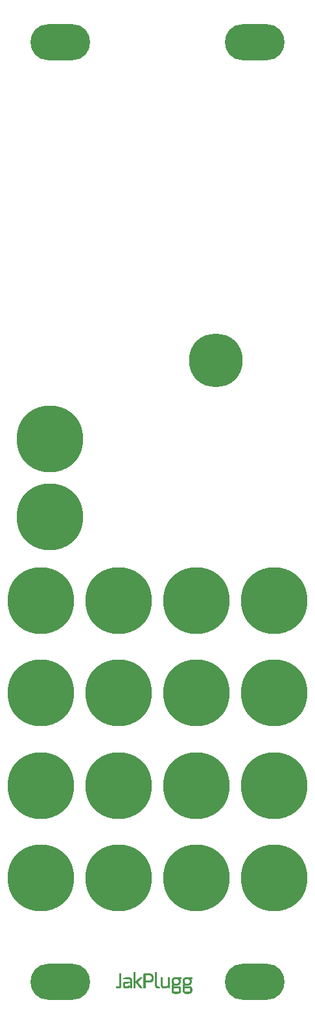
<source format=gts>
G04 DipTrace 3.3.0.0*
G04 ESP_panel.GTS*
%MOIN*%
G04 #@! TF.FileFunction,Soldermask,Top*
G04 #@! TF.Part,Single*
%ADD12C,0.001*%
%ADD23C,0.275591*%
%ADD27O,0.307213X0.185165*%
%ADD29C,0.342646*%
%FSLAX26Y26*%
G04*
G70*
G90*
G75*
G01*
G04 TopMask*
%LPD*%
D23*
X1493400Y3700197D3*
D29*
X1393311Y1044000D3*
X593309D3*
X993309D3*
X593309Y1519000D3*
X1793309D3*
X1393311D3*
X993309D3*
X593315Y1994000D3*
X1793304D3*
D27*
X1693309Y512058D3*
X693309D3*
D29*
X1793309Y1044000D3*
D27*
X693309Y5334892D3*
X1693309D3*
D29*
X1393400Y1993948D3*
X993400D3*
X593400Y2468948D3*
X993400D3*
X640701Y3298748D3*
Y2896047D3*
X1393400Y2468948D3*
X1793400D3*
X1070649Y559448D2*
D12*
X1077649D1*
X1180649D2*
X1187649D1*
X1070649Y558448D2*
X1077649D1*
X1180649D2*
X1187649D1*
X1070649Y557448D2*
X1077649D1*
X1180649D2*
X1187649D1*
X1070649Y556448D2*
X1077649D1*
X1180649D2*
X1187649D1*
X1070649Y555448D2*
X1077649D1*
X1180649D2*
X1187649D1*
X997649Y554448D2*
X1004649D1*
X1070649D2*
X1077649D1*
X1122649D2*
X1154649D1*
X1180649D2*
X1187649D1*
X997649Y553448D2*
X1004649D1*
X1070649D2*
X1077649D1*
X1122188D2*
X1157838D1*
X1180649D2*
X1187649D1*
X997649Y552448D2*
X1004649D1*
X1070649D2*
X1077649D1*
X1121901D2*
X1160284D1*
X1180649D2*
X1187649D1*
X997649Y551448D2*
X1004649D1*
X1070649D2*
X1077649D1*
X1121755D2*
X1162055D1*
X1180649D2*
X1187649D1*
X997649Y550448D2*
X1004649D1*
X1070649D2*
X1077649D1*
X1121691D2*
X1163407D1*
X1180649D2*
X1187649D1*
X997649Y549448D2*
X1004649D1*
X1070649D2*
X1077649D1*
X1121665D2*
X1164520D1*
X1180649D2*
X1187649D1*
X997649Y548448D2*
X1004649D1*
X1070649D2*
X1077649D1*
X1121655D2*
X1165447D1*
X1180649D2*
X1187649D1*
X997649Y547448D2*
X1004649D1*
X1070649D2*
X1077649D1*
X1121651D2*
X1166193D1*
X1180649D2*
X1187649D1*
X997649Y546448D2*
X1004649D1*
X1070649D2*
X1077649D1*
X1121650D2*
X1128649D1*
X1156449D2*
X1166813D1*
X1180649D2*
X1187649D1*
X997649Y545448D2*
X1004649D1*
X1070649D2*
X1077649D1*
X1121650D2*
X1128649D1*
X1157999D2*
X1167362D1*
X1180649D2*
X1187649D1*
X997649Y544448D2*
X1004649D1*
X1070649D2*
X1077649D1*
X1121649D2*
X1128649D1*
X1159202D2*
X1167848D1*
X1180649D2*
X1187649D1*
X997649Y543448D2*
X1004649D1*
X1070649D2*
X1077649D1*
X1121649D2*
X1128649D1*
X1160090D2*
X1168229D1*
X1180649D2*
X1187649D1*
X997649Y542448D2*
X1004649D1*
X1070649D2*
X1077649D1*
X1121649D2*
X1128649D1*
X1160772D2*
X1168491D1*
X1180649D2*
X1187649D1*
X997649Y541448D2*
X1004649D1*
X1070649D2*
X1077649D1*
X1121649D2*
X1128649D1*
X1161347D2*
X1168733D1*
X1180649D2*
X1187649D1*
X997649Y540448D2*
X1004649D1*
X1070649D2*
X1077649D1*
X1121649D2*
X1128649D1*
X1161842D2*
X1169023D1*
X1180649D2*
X1187649D1*
X997649Y539448D2*
X1004649D1*
X1070649D2*
X1077649D1*
X1121649D2*
X1128649D1*
X1162223D2*
X1169300D1*
X1180649D2*
X1187649D1*
X997649Y538448D2*
X1004649D1*
X1070649D2*
X1077649D1*
X1121649D2*
X1128649D1*
X1162452D2*
X1169482D1*
X1180649D2*
X1187649D1*
X997649Y537448D2*
X1004649D1*
X1070649D2*
X1077649D1*
X1121649D2*
X1128649D1*
X1162566D2*
X1169577D1*
X1180649D2*
X1187649D1*
X997649Y536448D2*
X1004649D1*
X1070649D2*
X1077649D1*
X1121649D2*
X1128649D1*
X1162617D2*
X1169621D1*
X1180649D2*
X1187649D1*
X997649Y535448D2*
X1004649D1*
X1070649D2*
X1077649D1*
X1121649D2*
X1128649D1*
X1162637D2*
X1169639D1*
X1180649D2*
X1187649D1*
X997649Y534448D2*
X1004649D1*
X1030649D2*
X1048649D1*
X1070649D2*
X1077649D1*
X1121649D2*
X1128649D1*
X1162645D2*
X1169646D1*
X1180649D2*
X1187649D1*
X997649Y533448D2*
X1004649D1*
X1025554D2*
X1050727D1*
X1070649D2*
X1077649D1*
X1102649D2*
X1112649D1*
X1121649D2*
X1128649D1*
X1162648D2*
X1169648D1*
X1180649D2*
X1187649D1*
X1210649D2*
X1217649D1*
X1247649D2*
X1254649D1*
X1276649D2*
X1314649D1*
X1333649D2*
X1371649D1*
X997649Y532448D2*
X1004649D1*
X1021808D2*
X1052546D1*
X1070649D2*
X1077649D1*
X1101649D2*
X1111645D1*
X1121649D2*
X1128649D1*
X1162649D2*
X1169649D1*
X1180649D2*
X1187649D1*
X1210649D2*
X1217649D1*
X1247649D2*
X1254649D1*
X1274846D2*
X1314645D1*
X1331846D2*
X1371645D1*
X997649Y531448D2*
X1004649D1*
X1019154D2*
X1054060D1*
X1070649D2*
X1077649D1*
X1100649D2*
X1110610D1*
X1121649D2*
X1128649D1*
X1162649D2*
X1169649D1*
X1180649D2*
X1187649D1*
X1210649D2*
X1217649D1*
X1247649D2*
X1254649D1*
X1273261D2*
X1314595D1*
X1330261D2*
X1371595D1*
X997649Y530448D2*
X1004649D1*
X1018218D2*
X1055233D1*
X1070649D2*
X1077649D1*
X1099645D2*
X1109483D1*
X1121649D2*
X1128649D1*
X1162649D2*
X1169649D1*
X1180649D2*
X1187649D1*
X1210649D2*
X1217649D1*
X1247649D2*
X1254649D1*
X1271930D2*
X1314466D1*
X1328930D2*
X1371466D1*
X997649Y529448D2*
X1004649D1*
X1017908D2*
X1056099D1*
X1070649D2*
X1077649D1*
X1098610D2*
X1108243D1*
X1121649D2*
X1128649D1*
X1162649D2*
X1169649D1*
X1180649D2*
X1187649D1*
X1210649D2*
X1217649D1*
X1247649D2*
X1254649D1*
X1270803D2*
X1313733D1*
X1327803D2*
X1370733D1*
X997649Y528448D2*
X1004649D1*
X1017747D2*
X1056742D1*
X1070649D2*
X1077649D1*
X1097483D2*
X1106987D1*
X1121649D2*
X1128649D1*
X1162645D2*
X1169645D1*
X1180649D2*
X1187649D1*
X1210649D2*
X1217649D1*
X1247649D2*
X1254649D1*
X1269864D2*
X1311929D1*
X1326864D2*
X1368929D1*
X997649Y527448D2*
X1004649D1*
X1017649D2*
X1031649D1*
X1046218D2*
X1057222D1*
X1070649D2*
X1077649D1*
X1096243D2*
X1105813D1*
X1121649D2*
X1128649D1*
X1162610D2*
X1169610D1*
X1180649D2*
X1187649D1*
X1210649D2*
X1217649D1*
X1247649D2*
X1254649D1*
X1269111D2*
X1309923D1*
X1326111D2*
X1366923D1*
X997649Y526448D2*
X1004649D1*
X1048256D2*
X1057603D1*
X1070649D2*
X1077649D1*
X1094987D2*
X1104720D1*
X1121649D2*
X1128649D1*
X1162483D2*
X1169483D1*
X1180649D2*
X1187649D1*
X1210649D2*
X1217649D1*
X1247649D2*
X1254649D1*
X1268488D2*
X1280046D1*
X1295256D2*
X1308161D1*
X1325488D2*
X1337046D1*
X1352256D2*
X1365161D1*
X997649Y525448D2*
X1004649D1*
X1049647D2*
X1057967D1*
X1070649D2*
X1077649D1*
X1093813D2*
X1103677D1*
X1121649D2*
X1128649D1*
X1162239D2*
X1169243D1*
X1180649D2*
X1187649D1*
X1210649D2*
X1217649D1*
X1247649D2*
X1254649D1*
X1267937D2*
X1277912D1*
X1297422D2*
X1306649D1*
X1324937D2*
X1334912D1*
X1354422D2*
X1363649D1*
X997649Y524448D2*
X1004649D1*
X1050553D2*
X1058277D1*
X1070649D2*
X1077649D1*
X1092720D2*
X1102660D1*
X1121649D2*
X1128649D1*
X1161944D2*
X1168983D1*
X1180649D2*
X1187649D1*
X1210649D2*
X1217649D1*
X1247649D2*
X1254649D1*
X1267451D2*
X1276373D1*
X1299053D2*
X1307265D1*
X1324451D2*
X1333373D1*
X1356053D2*
X1364265D1*
X997649Y523448D2*
X1004649D1*
X1051148D2*
X1058474D1*
X1070649D2*
X1077649D1*
X1091677D2*
X1101653D1*
X1121649D2*
X1128649D1*
X1161603D2*
X1168773D1*
X1180649D2*
X1187649D1*
X1210649D2*
X1217649D1*
X1247649D2*
X1254649D1*
X1267074D2*
X1275323D1*
X1300215D2*
X1307801D1*
X1324074D2*
X1332323D1*
X1357215D2*
X1364801D1*
X997649Y522448D2*
X1004649D1*
X1051576D2*
X1058574D1*
X1070649D2*
X1077649D1*
X1090660D2*
X1100651D1*
X1121649D2*
X1128649D1*
X1161100D2*
X1168553D1*
X1180649D2*
X1187649D1*
X1210649D2*
X1217649D1*
X1247649D2*
X1254649D1*
X1266842D2*
X1274570D1*
X1300985D2*
X1308209D1*
X1323842D2*
X1331570D1*
X1357985D2*
X1365209D1*
X997649Y521448D2*
X1004649D1*
X1051957D2*
X1058620D1*
X1070649D2*
X1077649D1*
X1089653D2*
X1099650D1*
X1121649D2*
X1128649D1*
X1160357D2*
X1168267D1*
X1180649D2*
X1187649D1*
X1210649D2*
X1217649D1*
X1247649D2*
X1254649D1*
X1266693D2*
X1273967D1*
X1301506D2*
X1308484D1*
X1323693D2*
X1330967D1*
X1358506D2*
X1365484D1*
X997649Y520448D2*
X1004649D1*
X1052274D2*
X1058638D1*
X1070649D2*
X1077649D1*
X1088651D2*
X1098649D1*
X1121649D2*
X1128649D1*
X1159336D2*
X1167954D1*
X1180649D2*
X1187649D1*
X1210649D2*
X1217649D1*
X1247649D2*
X1254649D1*
X1266515D2*
X1273462D1*
X1301929D2*
X1308730D1*
X1323515D2*
X1330462D1*
X1358929D2*
X1365730D1*
X997649Y519448D2*
X1004649D1*
X1052472D2*
X1058645D1*
X1070649D2*
X1077649D1*
X1087650D2*
X1097649D1*
X1121649D2*
X1128649D1*
X1157997D2*
X1167611D1*
X1180649D2*
X1187649D1*
X1210649D2*
X1217649D1*
X1247649D2*
X1254649D1*
X1266255D2*
X1273077D1*
X1302264D2*
X1309022D1*
X1323255D2*
X1330077D1*
X1359264D2*
X1366022D1*
X997649Y518448D2*
X1004649D1*
X1052574D2*
X1058648D1*
X1070649D2*
X1077649D1*
X1086630D2*
X1096649D1*
X1121649D2*
X1128649D1*
X1156384D2*
X1167145D1*
X1180649D2*
X1187649D1*
X1210649D2*
X1217649D1*
X1247649D2*
X1254649D1*
X1265991D2*
X1272848D1*
X1302469D2*
X1309299D1*
X1322991D2*
X1329848D1*
X1359469D2*
X1366299D1*
X997649Y517448D2*
X1004649D1*
X1052620D2*
X1058649D1*
X1070649D2*
X1077649D1*
X1085439D2*
X1095649D1*
X1121649D2*
X1166566D1*
X1180649D2*
X1187649D1*
X1210649D2*
X1217649D1*
X1247649D2*
X1254649D1*
X1265814D2*
X1272733D1*
X1302573D2*
X1309482D1*
X1322814D2*
X1329733D1*
X1359573D2*
X1366482D1*
X997649Y516448D2*
X1004649D1*
X1052638D2*
X1058649D1*
X1070649D2*
X1077649D1*
X1083667D2*
X1094649D1*
X1121649D2*
X1165947D1*
X1180649D2*
X1187649D1*
X1210649D2*
X1217649D1*
X1247649D2*
X1254649D1*
X1265720D2*
X1272682D1*
X1302619D2*
X1309577D1*
X1322720D2*
X1329682D1*
X1359619D2*
X1366577D1*
X997649Y515448D2*
X1004649D1*
X1052645D2*
X1058649D1*
X1070649D2*
X1077649D1*
X1080957D2*
X1093649D1*
X1121649D2*
X1165228D1*
X1180649D2*
X1187649D1*
X1210649D2*
X1217649D1*
X1247649D2*
X1254649D1*
X1265678D2*
X1272661D1*
X1302638D2*
X1309621D1*
X1322678D2*
X1329661D1*
X1359638D2*
X1366621D1*
X997649Y514448D2*
X1004649D1*
X1052648D2*
X1058649D1*
X1070649D2*
X1092653D1*
X1121649D2*
X1164250D1*
X1180649D2*
X1187649D1*
X1210649D2*
X1217649D1*
X1247649D2*
X1254649D1*
X1265664D2*
X1272654D1*
X1302645D2*
X1309635D1*
X1322664D2*
X1329654D1*
X1359645D2*
X1366635D1*
X997649Y513448D2*
X1004649D1*
X1052649D2*
X1058649D1*
X1070649D2*
X1091696D1*
X1121649D2*
X1162832D1*
X1180649D2*
X1187649D1*
X1210649D2*
X1217649D1*
X1247649D2*
X1254649D1*
X1265692D2*
X1272655D1*
X1302644D2*
X1309606D1*
X1322692D2*
X1329655D1*
X1359644D2*
X1366606D1*
X997649Y512448D2*
X1004649D1*
X1026649D2*
X1058649D1*
X1070649D2*
X1090898D1*
X1121649D2*
X1160753D1*
X1180649D2*
X1187649D1*
X1210649D2*
X1217649D1*
X1247649D2*
X1254649D1*
X1265817D2*
X1272689D1*
X1302610D2*
X1309482D1*
X1322817D2*
X1329689D1*
X1359610D2*
X1366482D1*
X997649Y511448D2*
X1004649D1*
X1024384D2*
X1058649D1*
X1070649D2*
X1090292D1*
X1121649D2*
X1128649D1*
X1137649D2*
X1157918D1*
X1180649D2*
X1187649D1*
X1210649D2*
X1217649D1*
X1247649D2*
X1254649D1*
X1266056D2*
X1272820D1*
X1302479D2*
X1309243D1*
X1323056D2*
X1329820D1*
X1359479D2*
X1366243D1*
X997649Y510448D2*
X1004649D1*
X1022512D2*
X1058649D1*
X1070649D2*
X1090340D1*
X1121649D2*
X1128649D1*
X1149649D2*
X1154649D1*
X1180649D2*
X1187649D1*
X1210649D2*
X1217649D1*
X1247649D2*
X1254649D1*
X1266312D2*
X1273094D1*
X1302204D2*
X1308983D1*
X1323312D2*
X1330094D1*
X1359204D2*
X1365983D1*
X997649Y509448D2*
X1004649D1*
X1021036D2*
X1058649D1*
X1070649D2*
X1090627D1*
X1121649D2*
X1128649D1*
X1180649D2*
X1187649D1*
X1210649D2*
X1217649D1*
X1247649D2*
X1254649D1*
X1266490D2*
X1273482D1*
X1301817D2*
X1308773D1*
X1323490D2*
X1330482D1*
X1358817D2*
X1365773D1*
X997649Y508448D2*
X1004649D1*
X1019844D2*
X1058649D1*
X1070649D2*
X1091140D1*
X1121649D2*
X1128649D1*
X1180649D2*
X1187649D1*
X1210649D2*
X1217649D1*
X1247649D2*
X1254649D1*
X1266618D2*
X1273935D1*
X1301364D2*
X1308553D1*
X1323618D2*
X1330935D1*
X1358364D2*
X1365553D1*
X997649Y507448D2*
X1004649D1*
X1018879D2*
X1058649D1*
X1070649D2*
X1091833D1*
X1121649D2*
X1128649D1*
X1180649D2*
X1187649D1*
X1210649D2*
X1217649D1*
X1247649D2*
X1254649D1*
X1266792D2*
X1274451D1*
X1300844D2*
X1308267D1*
X1323792D2*
X1331451D1*
X1357844D2*
X1365267D1*
X997649Y506448D2*
X1004649D1*
X1018120D2*
X1048649D1*
X1051453D2*
X1058649D1*
X1070649D2*
X1077649D1*
X1083846D2*
X1092575D1*
X1121649D2*
X1128649D1*
X1180649D2*
X1187649D1*
X1210649D2*
X1217649D1*
X1247649D2*
X1254649D1*
X1267088D2*
X1275074D1*
X1300182D2*
X1307958D1*
X1324088D2*
X1332074D1*
X1357182D2*
X1364958D1*
X997649Y505448D2*
X1004649D1*
X1017525D2*
X1035874D1*
X1052038D2*
X1058649D1*
X1070649D2*
X1077649D1*
X1084261D2*
X1093279D1*
X1121649D2*
X1128649D1*
X1180649D2*
X1187649D1*
X1210649D2*
X1217649D1*
X1247649D2*
X1254649D1*
X1267517D2*
X1275846D1*
X1299243D2*
X1307646D1*
X1324517D2*
X1332846D1*
X1356243D2*
X1364646D1*
X997649Y504448D2*
X1004649D1*
X1017065D2*
X1030568D1*
X1052373D2*
X1058649D1*
X1070649D2*
X1077649D1*
X1084922D2*
X1094000D1*
X1121649D2*
X1128649D1*
X1180649D2*
X1187649D1*
X1210649D2*
X1217649D1*
X1247649D2*
X1254649D1*
X1268100D2*
X1276732D1*
X1297955D2*
X1307272D1*
X1325100D2*
X1333732D1*
X1354955D2*
X1364272D1*
X997649Y503448D2*
X1004649D1*
X1016691D2*
X1027096D1*
X1052535D2*
X1058649D1*
X1070649D2*
X1077649D1*
X1085725D2*
X1094813D1*
X1121649D2*
X1128649D1*
X1180649D2*
X1187649D1*
X1210649D2*
X1217649D1*
X1247649D2*
X1254649D1*
X1268856D2*
X1277680D1*
X1296368D2*
X1306806D1*
X1325856D2*
X1334680D1*
X1353368D2*
X1363806D1*
X997649Y502448D2*
X1004649D1*
X1016330D2*
X1024721D1*
X1052605D2*
X1058649D1*
X1070649D2*
X1077649D1*
X1086527D2*
X1095682D1*
X1121649D2*
X1128649D1*
X1180649D2*
X1187649D1*
X1210649D2*
X1217649D1*
X1247649D2*
X1254649D1*
X1269736D2*
X1306208D1*
X1326736D2*
X1363208D1*
X997649Y501448D2*
X1004649D1*
X1016021D2*
X1023815D1*
X1052633D2*
X1058649D1*
X1070649D2*
X1077649D1*
X1087259D2*
X1096511D1*
X1121649D2*
X1128649D1*
X1180649D2*
X1187649D1*
X1210649D2*
X1217649D1*
X1247649D2*
X1254649D1*
X1270681D2*
X1305446D1*
X1327681D2*
X1362446D1*
X997649Y500448D2*
X1004649D1*
X1015825D2*
X1023118D1*
X1052644D2*
X1058649D1*
X1070649D2*
X1077649D1*
X1087993D2*
X1097254D1*
X1121649D2*
X1128649D1*
X1180649D2*
X1187649D1*
X1210649D2*
X1217649D1*
X1247649D2*
X1254649D1*
X1271649D2*
X1304560D1*
X1328649D2*
X1361560D1*
X997649Y499448D2*
X1004649D1*
X1015724D2*
X1022876D1*
X1052647D2*
X1058649D1*
X1070649D2*
X1077649D1*
X1088811D2*
X1097987D1*
X1121649D2*
X1128649D1*
X1180653D2*
X1187649D1*
X1210649D2*
X1217649D1*
X1247649D2*
X1254649D1*
X1270192D2*
X1303569D1*
X1327192D2*
X1360569D1*
X997649Y498448D2*
X1004649D1*
X1015679D2*
X1022745D1*
X1052649D2*
X1058649D1*
X1070649D2*
X1077649D1*
X1089681D2*
X1098775D1*
X1121649D2*
X1128649D1*
X1180688D2*
X1187649D1*
X1210649D2*
X1217649D1*
X1247649D2*
X1254649D1*
X1268944D2*
X1302386D1*
X1325944D2*
X1359386D1*
X997649Y497448D2*
X1004649D1*
X1015660D2*
X1022687D1*
X1052649D2*
X1058649D1*
X1070649D2*
X1077649D1*
X1090511D2*
X1099554D1*
X1121649D2*
X1128649D1*
X1180816D2*
X1187653D1*
X1210653D2*
X1217649D1*
X1247649D2*
X1254649D1*
X1267961D2*
X1300837D1*
X1324961D2*
X1357837D1*
X997649Y496448D2*
X1004649D1*
X1015653D2*
X1022663D1*
X1052649D2*
X1058649D1*
X1070649D2*
X1077649D1*
X1091254D2*
X1100272D1*
X1121649D2*
X1128649D1*
X1181055D2*
X1187688D1*
X1210688D2*
X1217653D1*
X1247649D2*
X1254649D1*
X1267267D2*
X1298858D1*
X1324267D2*
X1355858D1*
X997645Y495448D2*
X1004649D1*
X1015651D2*
X1022654D1*
X1052642D2*
X1058649D1*
X1070649D2*
X1077649D1*
X1091991D2*
X1100994D1*
X1121649D2*
X1128649D1*
X1181312D2*
X1187816D1*
X1210816D2*
X1217688D1*
X1247642D2*
X1254649D1*
X1266776D2*
X1296649D1*
X1323776D2*
X1353649D1*
X997610Y494448D2*
X1004645D1*
X1015650D2*
X1022651D1*
X1052559D2*
X1058649D1*
X1070649D2*
X1077649D1*
X1092810D2*
X1101777D1*
X1121649D2*
X1128649D1*
X1181486D2*
X1188059D1*
X1211055D2*
X1217816D1*
X1247563D2*
X1254649D1*
X1266363D2*
X1273846D1*
X1323363D2*
X1330846D1*
X997479Y493448D2*
X1004610D1*
X1015653D2*
X1022654D1*
X1052360D2*
X1058649D1*
X1070649D2*
X1077649D1*
X1093681D2*
X1102555D1*
X1121649D2*
X1128649D1*
X1181583D2*
X1188351D1*
X1211316D2*
X1218059D1*
X1247376D2*
X1254649D1*
X1266033D2*
X1273265D1*
X1323033D2*
X1330265D1*
X997204Y492448D2*
X1004483D1*
X1015688D2*
X1022692D1*
X1051454D2*
X1058649D1*
X1070649D2*
X1077649D1*
X1094511D2*
X1103272D1*
X1121649D2*
X1128649D1*
X1181660D2*
X1188660D1*
X1211525D2*
X1218355D1*
X1246451D2*
X1254649D1*
X1265833D2*
X1272874D1*
X1322833D2*
X1329874D1*
X996817Y491448D2*
X1004243D1*
X1015816D2*
X1022859D1*
X1049337D2*
X1058649D1*
X1070649D2*
X1077649D1*
X1095254D2*
X1103998D1*
X1121649D2*
X1128649D1*
X1181805D2*
X1189071D1*
X1211749D2*
X1218700D1*
X1245056D2*
X1254649D1*
X1265765D2*
X1272863D1*
X1322765D2*
X1329863D1*
X996356Y490448D2*
X1003983D1*
X1016059D2*
X1023171D1*
X1046470D2*
X1058649D1*
X1070649D2*
X1077649D1*
X1095991D2*
X1104812D1*
X1121649D2*
X1128649D1*
X1182056D2*
X1189710D1*
X1212066D2*
X1219136D1*
X1243127D2*
X1254649D1*
X1265846D2*
X1273278D1*
X1322846D2*
X1330278D1*
X995735Y489448D2*
X1003773D1*
X1016351D2*
X1023984D1*
X1042628D2*
X1058649D1*
X1070649D2*
X1077649D1*
X1096810D2*
X1105682D1*
X1121649D2*
X1128649D1*
X1182350D2*
X1190585D1*
X1212472D2*
X1220150D1*
X1240275D2*
X1254649D1*
X1266070D2*
X1273909D1*
X1323070D2*
X1330909D1*
X994895Y488448D2*
X1003549D1*
X1016657D2*
X1026266D1*
X1037276D2*
X1058649D1*
X1070649D2*
X1077649D1*
X1097681D2*
X1106511D1*
X1121649D2*
X1128649D1*
X1182656D2*
X1192486D1*
X1212931D2*
X1223422D1*
X1235567D2*
X1254649D1*
X1266359D2*
X1300649D1*
X1323359D2*
X1357649D1*
X991950Y487448D2*
X1003232D1*
X1017028D2*
X1029980D1*
X1030024D2*
X1058649D1*
X1070649D2*
X1077649D1*
X1098511D2*
X1107254D1*
X1121649D2*
X1128649D1*
X1183028D2*
X1194935D1*
X1213446D2*
X1228834D1*
X1228359D2*
X1254649D1*
X1266697D2*
X1303376D1*
X1323697D2*
X1360376D1*
X978649Y486448D2*
X983649D1*
X987326D2*
X1002827D1*
X1017493D2*
X1058649D1*
X1070649D2*
X1077649D1*
X1099254D2*
X1107987D1*
X1121649D2*
X1128649D1*
X1183493D2*
X1197608D1*
X1214038D2*
X1254649D1*
X1267195D2*
X1305531D1*
X1324195D2*
X1362531D1*
X978653Y485448D2*
X1002363D1*
X1018091D2*
X1049842D1*
X1052687D2*
X1058649D1*
X1070649D2*
X1077649D1*
X1099991D2*
X1108775D1*
X1121649D2*
X1128649D1*
X1184091D2*
X1199850D1*
X1214719D2*
X1245649D1*
X1247457D2*
X1254649D1*
X1267898D2*
X1307122D1*
X1324898D2*
X1364122D1*
X978696Y484448D2*
X1001806D1*
X1018857D2*
X1047218D1*
X1052816D2*
X1058649D1*
X1070649D2*
X1077649D1*
X1100810D2*
X1109554D1*
X1121649D2*
X1128649D1*
X1184861D2*
X1201558D1*
X1215497D2*
X1243649D1*
X1248077D2*
X1254649D1*
X1268745D2*
X1308282D1*
X1325745D2*
X1365282D1*
X978802Y483448D2*
X1001004D1*
X1019785D2*
X1044705D1*
X1053055D2*
X1058649D1*
X1070649D2*
X1077649D1*
X1101678D2*
X1110271D1*
X1121649D2*
X1128649D1*
X1185819D2*
X1202228D1*
X1216472D2*
X1241642D1*
X1248540D2*
X1254649D1*
X1269649D2*
X1309126D1*
X1326649D2*
X1366126D1*
X979354Y482448D2*
X999711D1*
X1020976D2*
X1042022D1*
X1053314D2*
X1058649D1*
X1070649D2*
X1077649D1*
X1102481D2*
X1110995D1*
X1121649D2*
X1128649D1*
X1187076D2*
X1202456D1*
X1217738D2*
X1239565D1*
X1248950D2*
X1254649D1*
X1268995D2*
X1309754D1*
X1325995D2*
X1366754D1*
X981066Y481448D2*
X997700D1*
X1022666D2*
X1038827D1*
X1053504D2*
X1058649D1*
X1070649D2*
X1077649D1*
X1103121D2*
X1111798D1*
X1121649D2*
X1128649D1*
X1188738D2*
X1202576D1*
X1219370D2*
X1237256D1*
X1249321D2*
X1254649D1*
X1268328D2*
X1272649D1*
X1274649D2*
X1310227D1*
X1325328D2*
X1329649D1*
X1331649D2*
X1367227D1*
X983606Y480448D2*
X994898D1*
X1024981D2*
X1034944D1*
X1053649D2*
X1058649D1*
X1070649D2*
X1077649D1*
X1103649D2*
X1112649D1*
X1121649D2*
X1128649D1*
X1190649D2*
X1202649D1*
X1221402D2*
X1234573D1*
X1249649D2*
X1254649D1*
X1267649D2*
X1272649D1*
X1301294D2*
X1310605D1*
X1324649D2*
X1329649D1*
X1358294D2*
X1367605D1*
X986649Y479448D2*
X991649D1*
X1027649D2*
X1030649D1*
X1223649D2*
X1231649D1*
X1267025D2*
X1272649D1*
X1302592D2*
X1310968D1*
X1324025D2*
X1329649D1*
X1359592D2*
X1367968D1*
X1266492Y478448D2*
X1272649D1*
X1303502D2*
X1311278D1*
X1323492D2*
X1329649D1*
X1360502D2*
X1368278D1*
X1266091Y477448D2*
X1272649D1*
X1304183D2*
X1311474D1*
X1323091D2*
X1329649D1*
X1361183D2*
X1368474D1*
X1265853Y476448D2*
X1272649D1*
X1304423D2*
X1311574D1*
X1322853D2*
X1329649D1*
X1361423D2*
X1368574D1*
X1265735Y475448D2*
X1272649D1*
X1304553D2*
X1311620D1*
X1322735D2*
X1329649D1*
X1361553D2*
X1368620D1*
X1265683Y474448D2*
X1272649D1*
X1304612D2*
X1311638D1*
X1322683D2*
X1329649D1*
X1361612D2*
X1368638D1*
X1265662Y473448D2*
X1272649D1*
X1304635D2*
X1311645D1*
X1322662D2*
X1329649D1*
X1361635D2*
X1368645D1*
X1265654Y472448D2*
X1272649D1*
X1304644D2*
X1311648D1*
X1322654D2*
X1329649D1*
X1361644D2*
X1368648D1*
X1265651Y471448D2*
X1272649D1*
X1304648D2*
X1311649D1*
X1322651D2*
X1329649D1*
X1361648D2*
X1368649D1*
X1265650Y470448D2*
X1272649D1*
X1304649D2*
X1311649D1*
X1322650D2*
X1329649D1*
X1361649D2*
X1368649D1*
X1265650Y469448D2*
X1272649D1*
X1304649D2*
X1311649D1*
X1322650D2*
X1329649D1*
X1361649D2*
X1368649D1*
X1265649Y468448D2*
X1272649D1*
X1304649D2*
X1311649D1*
X1322649D2*
X1329649D1*
X1361649D2*
X1368649D1*
X1265649Y467448D2*
X1272653D1*
X1304645D2*
X1311645D1*
X1322649D2*
X1329653D1*
X1361645D2*
X1368645D1*
X1265653Y466448D2*
X1272688D1*
X1304610D2*
X1311610D1*
X1322653D2*
X1329688D1*
X1361610D2*
X1368610D1*
X1265688Y465448D2*
X1272820D1*
X1304479D2*
X1311483D1*
X1322688D2*
X1329820D1*
X1361479D2*
X1368483D1*
X1265816Y464448D2*
X1273106D1*
X1304196D2*
X1311243D1*
X1322816D2*
X1330106D1*
X1361196D2*
X1368243D1*
X1266059Y463448D2*
X1273607D1*
X1303735D2*
X1310983D1*
X1323059D2*
X1330607D1*
X1360735D2*
X1367983D1*
X1266351Y462448D2*
X1274312D1*
X1302988D2*
X1310773D1*
X1323351D2*
X1331312D1*
X1359988D2*
X1367773D1*
X1266657Y461448D2*
X1276027D1*
X1301831D2*
X1310549D1*
X1323657D2*
X1333027D1*
X1358831D2*
X1367549D1*
X1267028Y460448D2*
X1278218D1*
X1300318D2*
X1310228D1*
X1324028D2*
X1335218D1*
X1357318D2*
X1367228D1*
X1267493Y459448D2*
X1309788D1*
X1324493D2*
X1366788D1*
X1268095Y458448D2*
X1309201D1*
X1325095D2*
X1366201D1*
X1268896Y457448D2*
X1308435D1*
X1325896D2*
X1365435D1*
X1269956Y456448D2*
X1307469D1*
X1326956D2*
X1364469D1*
X1271424Y455448D2*
X1306113D1*
X1328424D2*
X1363113D1*
X1273528Y454448D2*
X1304021D1*
X1330528D2*
X1361021D1*
X1276374Y453448D2*
X1301066D1*
X1333374D2*
X1358066D1*
X1279649Y452448D2*
X1297649D1*
X1336649D2*
X1354649D1*
X1070649Y559448D2*
Y558448D1*
Y557448D1*
Y556448D1*
Y555448D1*
Y554448D1*
Y553448D1*
Y552448D1*
Y551448D1*
Y550448D1*
Y549448D1*
Y548448D1*
Y547448D1*
Y546448D1*
Y545448D1*
Y544448D1*
Y543448D1*
Y542448D1*
Y541448D1*
Y540448D1*
Y539448D1*
Y538448D1*
Y537448D1*
Y536448D1*
Y535448D1*
Y534448D1*
Y533448D1*
Y532448D1*
Y531448D1*
Y530448D1*
Y529448D1*
Y528448D1*
Y527448D1*
Y526448D1*
Y525448D1*
Y524448D1*
Y523448D1*
Y522448D1*
Y521448D1*
Y520448D1*
Y519448D1*
Y518448D1*
Y517448D1*
Y516448D1*
Y515448D1*
Y514448D1*
Y513448D1*
Y512448D1*
Y511448D1*
Y510448D1*
Y509448D1*
Y508448D1*
Y507448D1*
Y506448D1*
Y505448D1*
Y504448D1*
Y503448D1*
Y502448D1*
Y501448D1*
Y500448D1*
Y499448D1*
Y498448D1*
Y497448D1*
Y496448D1*
Y495448D1*
Y494448D1*
Y493448D1*
Y492448D1*
Y491448D1*
Y490448D1*
Y489448D1*
Y488448D1*
Y487448D1*
Y486448D1*
Y485448D1*
Y484448D1*
Y483448D1*
Y482448D1*
Y481448D1*
Y480448D1*
X1077649Y559448D2*
Y558448D1*
Y557448D1*
Y556448D1*
Y555448D1*
Y554448D1*
Y553448D1*
Y552448D1*
Y551448D1*
Y550448D1*
Y549448D1*
Y548448D1*
Y547448D1*
Y546448D1*
Y545448D1*
Y544448D1*
Y543448D1*
Y542448D1*
Y541448D1*
Y540448D1*
Y539448D1*
Y538448D1*
Y537448D1*
Y536448D1*
Y535448D1*
Y534448D1*
Y533448D1*
Y532448D1*
Y531448D1*
Y530448D1*
Y529448D1*
Y528448D1*
Y527448D1*
Y526448D1*
Y525448D1*
Y524448D1*
Y523448D1*
Y522448D1*
Y521448D1*
Y520448D1*
Y519448D1*
Y518448D1*
Y517448D1*
Y516448D1*
Y515448D1*
X1082649Y514448D1*
X1180649Y559448D2*
Y558448D1*
Y557448D1*
Y556448D1*
Y555448D1*
Y554448D1*
Y553448D1*
Y552448D1*
Y551448D1*
Y550448D1*
Y549448D1*
Y548448D1*
Y547448D1*
Y546448D1*
Y545448D1*
Y544448D1*
Y543448D1*
Y542448D1*
Y541448D1*
Y540448D1*
Y539448D1*
Y538448D1*
Y537448D1*
Y536448D1*
Y535448D1*
Y534448D1*
Y533448D1*
Y532448D1*
Y531448D1*
Y530448D1*
Y529448D1*
Y528448D1*
Y527448D1*
Y526448D1*
Y525448D1*
Y524448D1*
Y523448D1*
Y522448D1*
Y521448D1*
Y520448D1*
Y519448D1*
Y518448D1*
Y517448D1*
Y516448D1*
Y515448D1*
Y514448D1*
Y513448D1*
Y512448D1*
Y511448D1*
Y510448D1*
Y509448D1*
Y508448D1*
Y507448D1*
Y506448D1*
Y505448D1*
Y504448D1*
Y503448D1*
Y502448D1*
Y501448D1*
Y500448D1*
X1180653Y499448D1*
X1180688Y498448D1*
X1180816Y497448D1*
X1181055Y496448D1*
X1181312Y495448D1*
X1181486Y494448D1*
X1181583Y493448D1*
X1181660Y492448D1*
X1181805Y491448D1*
X1182056Y490448D1*
X1182350Y489448D1*
X1182656Y488448D1*
X1183028Y487448D1*
X1183493Y486448D1*
X1184091Y485448D1*
X1184861Y484448D1*
X1185819Y483448D1*
X1187076Y482448D1*
X1188738Y481448D1*
X1190649Y480448D1*
X1187649Y559448D2*
Y558448D1*
Y557448D1*
Y556448D1*
Y555448D1*
Y554448D1*
Y553448D1*
Y552448D1*
Y551448D1*
Y550448D1*
Y549448D1*
Y548448D1*
Y547448D1*
Y546448D1*
Y545448D1*
Y544448D1*
Y543448D1*
Y542448D1*
Y541448D1*
Y540448D1*
Y539448D1*
Y538448D1*
Y537448D1*
Y536448D1*
Y535448D1*
Y534448D1*
Y533448D1*
Y532448D1*
Y531448D1*
Y530448D1*
Y529448D1*
Y528448D1*
Y527448D1*
Y526448D1*
Y525448D1*
Y524448D1*
Y523448D1*
Y522448D1*
Y521448D1*
Y520448D1*
Y519448D1*
Y518448D1*
Y517448D1*
Y516448D1*
Y515448D1*
Y514448D1*
Y513448D1*
Y512448D1*
Y511448D1*
Y510448D1*
Y509448D1*
Y508448D1*
Y507448D1*
Y506448D1*
Y505448D1*
Y504448D1*
Y503448D1*
Y502448D1*
Y501448D1*
Y500448D1*
Y499448D1*
Y498448D1*
X1187653Y497448D1*
X1187688Y496448D1*
X1187816Y495448D1*
X1188059Y494448D1*
X1188351Y493448D1*
X1188660Y492448D1*
X1189071Y491448D1*
X1189710Y490448D1*
X1190585Y489448D1*
X1192486Y488448D1*
X1194935Y487448D1*
X1197608Y486448D1*
X1199850Y485448D1*
X1201558Y484448D1*
X1202228Y483448D1*
X1202456Y482448D1*
X1202576Y481448D1*
X1202649Y480448D1*
X997649Y554448D2*
Y553448D1*
Y552448D1*
Y551448D1*
Y550448D1*
Y549448D1*
Y548448D1*
Y547448D1*
Y546448D1*
Y545448D1*
Y544448D1*
Y543448D1*
Y542448D1*
Y541448D1*
Y540448D1*
Y539448D1*
Y538448D1*
Y537448D1*
Y536448D1*
Y535448D1*
Y534448D1*
Y533448D1*
Y532448D1*
Y531448D1*
Y530448D1*
Y529448D1*
Y528448D1*
Y527448D1*
Y526448D1*
Y525448D1*
Y524448D1*
Y523448D1*
Y522448D1*
Y521448D1*
Y520448D1*
Y519448D1*
Y518448D1*
Y517448D1*
Y516448D1*
Y515448D1*
Y514448D1*
Y513448D1*
Y512448D1*
Y511448D1*
Y510448D1*
Y509448D1*
Y508448D1*
Y507448D1*
Y506448D1*
Y505448D1*
Y504448D1*
Y503448D1*
Y502448D1*
Y501448D1*
Y500448D1*
Y499448D1*
Y498448D1*
Y497448D1*
Y496448D1*
X997645Y495448D1*
X997610Y494448D1*
X997479Y493448D1*
X997204Y492448D1*
X996817Y491448D1*
X996356Y490448D1*
X995735Y489448D1*
X994895Y488448D1*
X991950Y487448D1*
X987326Y486448D1*
X981649Y485448D1*
X1004649Y554448D2*
Y553448D1*
Y552448D1*
Y551448D1*
Y550448D1*
Y549448D1*
Y548448D1*
Y547448D1*
Y546448D1*
Y545448D1*
Y544448D1*
Y543448D1*
Y542448D1*
Y541448D1*
Y540448D1*
Y539448D1*
Y538448D1*
Y537448D1*
Y536448D1*
Y535448D1*
Y534448D1*
Y533448D1*
Y532448D1*
Y531448D1*
Y530448D1*
Y529448D1*
Y528448D1*
Y527448D1*
Y526448D1*
Y525448D1*
Y524448D1*
Y523448D1*
Y522448D1*
Y521448D1*
Y520448D1*
Y519448D1*
Y518448D1*
Y517448D1*
Y516448D1*
Y515448D1*
Y514448D1*
Y513448D1*
Y512448D1*
Y511448D1*
Y510448D1*
Y509448D1*
Y508448D1*
Y507448D1*
Y506448D1*
Y505448D1*
Y504448D1*
Y503448D1*
Y502448D1*
Y501448D1*
Y500448D1*
Y499448D1*
Y498448D1*
Y497448D1*
Y496448D1*
Y495448D1*
X1004645Y494448D1*
X1004610Y493448D1*
X1004483Y492448D1*
X1004243Y491448D1*
X1003983Y490448D1*
X1003773Y489448D1*
X1003549Y488448D1*
X1003232Y487448D1*
X1002827Y486448D1*
X1002363Y485448D1*
X1001806Y484448D1*
X1001004Y483448D1*
X999711Y482448D1*
X997700Y481448D1*
X994898Y480448D1*
X991649Y479448D1*
X1122649Y554448D2*
X1122188Y553448D1*
X1121901Y552448D1*
X1121755Y551448D1*
X1121691Y550448D1*
X1121665Y549448D1*
X1121655Y548448D1*
X1121651Y547448D1*
X1121650Y546448D1*
Y545448D1*
X1121649Y544448D1*
Y543448D1*
Y542448D1*
Y541448D1*
Y540448D1*
Y539448D1*
Y538448D1*
Y537448D1*
Y536448D1*
Y535448D1*
Y534448D1*
Y533448D1*
Y532448D1*
Y531448D1*
Y530448D1*
Y529448D1*
Y528448D1*
Y527448D1*
Y526448D1*
Y525448D1*
Y524448D1*
Y523448D1*
Y522448D1*
Y521448D1*
Y520448D1*
Y519448D1*
Y518448D1*
Y517448D1*
Y516448D1*
Y515448D1*
Y514448D1*
Y513448D1*
Y512448D1*
Y511448D1*
Y510448D1*
Y509448D1*
Y508448D1*
Y507448D1*
Y506448D1*
Y505448D1*
Y504448D1*
Y503448D1*
Y502448D1*
Y501448D1*
Y500448D1*
Y499448D1*
Y498448D1*
Y497448D1*
Y496448D1*
Y495448D1*
Y494448D1*
Y493448D1*
Y492448D1*
Y491448D1*
Y490448D1*
Y489448D1*
Y488448D1*
Y487448D1*
Y486448D1*
Y485448D1*
Y484448D1*
Y483448D1*
Y482448D1*
Y481448D1*
Y480448D1*
X1154649Y554448D2*
X1157838Y553448D1*
X1160284Y552448D1*
X1162055Y551448D1*
X1163407Y550448D1*
X1164520Y549448D1*
X1165447Y548448D1*
X1166193Y547448D1*
X1166813Y546448D1*
X1167362Y545448D1*
X1167848Y544448D1*
X1168229Y543448D1*
X1168491Y542448D1*
X1168733Y541448D1*
X1169023Y540448D1*
X1169300Y539448D1*
X1169482Y538448D1*
X1169577Y537448D1*
X1169621Y536448D1*
X1169639Y535448D1*
X1169646Y534448D1*
X1169648Y533448D1*
X1169649Y532448D1*
Y531448D1*
Y530448D1*
Y529448D1*
X1169645Y528448D1*
X1169610Y527448D1*
X1169483Y526448D1*
X1169243Y525448D1*
X1168983Y524448D1*
X1168773Y523448D1*
X1168553Y522448D1*
X1168267Y521448D1*
X1167954Y520448D1*
X1167611Y519448D1*
X1167145Y518448D1*
X1166566Y517448D1*
X1165947Y516448D1*
X1165228Y515448D1*
X1164250Y514448D1*
X1162832Y513448D1*
X1160753Y512448D1*
X1157918Y511448D1*
X1154649Y510448D1*
X1128649Y547448D2*
Y546448D1*
Y545448D1*
Y544448D1*
Y543448D1*
Y542448D1*
Y541448D1*
Y540448D1*
Y539448D1*
Y538448D1*
Y537448D1*
Y536448D1*
Y535448D1*
Y534448D1*
Y533448D1*
Y532448D1*
Y531448D1*
Y530448D1*
Y529448D1*
Y528448D1*
Y527448D1*
Y526448D1*
Y525448D1*
Y524448D1*
Y523448D1*
Y522448D1*
Y521448D1*
Y520448D1*
Y519448D1*
Y518448D1*
Y517448D1*
X1154649Y547448D2*
X1156449Y546448D1*
X1157999Y545448D1*
X1159202Y544448D1*
X1160090Y543448D1*
X1160772Y542448D1*
X1161347Y541448D1*
X1161842Y540448D1*
X1162223Y539448D1*
X1162452Y538448D1*
X1162566Y537448D1*
X1162617Y536448D1*
X1162637Y535448D1*
X1162645Y534448D1*
X1162648Y533448D1*
X1162649Y532448D1*
Y531448D1*
Y530448D1*
Y529448D1*
X1162645Y528448D1*
X1162610Y527448D1*
X1162483Y526448D1*
X1162239Y525448D1*
X1161944Y524448D1*
X1161603Y523448D1*
X1161100Y522448D1*
X1160357Y521448D1*
X1159336Y520448D1*
X1157997Y519448D1*
X1156384Y518448D1*
X1154649Y517448D1*
X1030649Y534448D2*
X1025554Y533448D1*
X1021808Y532448D1*
X1019154Y531448D1*
X1018218Y530448D1*
X1017908Y529448D1*
X1017747Y528448D1*
X1017649Y527448D1*
X1048649Y534448D2*
X1050727Y533448D1*
X1052546Y532448D1*
X1054060Y531448D1*
X1055233Y530448D1*
X1056099Y529448D1*
X1056742Y528448D1*
X1057222Y527448D1*
X1057603Y526448D1*
X1057967Y525448D1*
X1058277Y524448D1*
X1058474Y523448D1*
X1058574Y522448D1*
X1058620Y521448D1*
X1058638Y520448D1*
X1058645Y519448D1*
X1058648Y518448D1*
X1058649Y517448D1*
Y516448D1*
Y515448D1*
Y514448D1*
Y513448D1*
Y512448D1*
Y511448D1*
Y510448D1*
Y509448D1*
Y508448D1*
Y507448D1*
Y506448D1*
Y505448D1*
Y504448D1*
Y503448D1*
Y502448D1*
Y501448D1*
Y500448D1*
Y499448D1*
Y498448D1*
Y497448D1*
Y496448D1*
Y495448D1*
Y494448D1*
Y493448D1*
Y492448D1*
Y491448D1*
Y490448D1*
Y489448D1*
Y488448D1*
Y487448D1*
Y486448D1*
Y485448D1*
Y484448D1*
Y483448D1*
Y482448D1*
Y481448D1*
Y480448D1*
X1102649Y533448D2*
X1101649Y532448D1*
X1100649Y531448D1*
X1099645Y530448D1*
X1098610Y529448D1*
X1097483Y528448D1*
X1096243Y527448D1*
X1094987Y526448D1*
X1093813Y525448D1*
X1092720Y524448D1*
X1091677Y523448D1*
X1090660Y522448D1*
X1089653Y521448D1*
X1088651Y520448D1*
X1087650Y519448D1*
X1086630Y518448D1*
X1085439Y517448D1*
X1083667Y516448D1*
X1080957Y515448D1*
X1077649Y514448D1*
X1112649Y533448D2*
X1111645Y532448D1*
X1110610Y531448D1*
X1109483Y530448D1*
X1108243Y529448D1*
X1106987Y528448D1*
X1105813Y527448D1*
X1104720Y526448D1*
X1103677Y525448D1*
X1102660Y524448D1*
X1101653Y523448D1*
X1100651Y522448D1*
X1099650Y521448D1*
X1098649Y520448D1*
X1097649Y519448D1*
X1096649Y518448D1*
X1095649Y517448D1*
X1094649Y516448D1*
X1093649Y515448D1*
X1092653Y514448D1*
X1091696Y513448D1*
X1090898Y512448D1*
X1090292Y511448D1*
X1090340Y510448D1*
X1090627Y509448D1*
X1091140Y508448D1*
X1091833Y507448D1*
X1092575Y506448D1*
X1093279Y505448D1*
X1094000Y504448D1*
X1094813Y503448D1*
X1095682Y502448D1*
X1096511Y501448D1*
X1097254Y500448D1*
X1097987Y499448D1*
X1098775Y498448D1*
X1099554Y497448D1*
X1100272Y496448D1*
X1100994Y495448D1*
X1101777Y494448D1*
X1102555Y493448D1*
X1103272Y492448D1*
X1103998Y491448D1*
X1104812Y490448D1*
X1105682Y489448D1*
X1106511Y488448D1*
X1107254Y487448D1*
X1107987Y486448D1*
X1108775Y485448D1*
X1109554Y484448D1*
X1110271Y483448D1*
X1110995Y482448D1*
X1111798Y481448D1*
X1112649Y480448D1*
X1210649Y533448D2*
Y532448D1*
Y531448D1*
Y530448D1*
Y529448D1*
Y528448D1*
Y527448D1*
Y526448D1*
Y525448D1*
Y524448D1*
Y523448D1*
Y522448D1*
Y521448D1*
Y520448D1*
Y519448D1*
Y518448D1*
Y517448D1*
Y516448D1*
Y515448D1*
Y514448D1*
Y513448D1*
Y512448D1*
Y511448D1*
Y510448D1*
Y509448D1*
Y508448D1*
Y507448D1*
Y506448D1*
Y505448D1*
Y504448D1*
Y503448D1*
Y502448D1*
Y501448D1*
Y500448D1*
Y499448D1*
Y498448D1*
X1210653Y497448D1*
X1210688Y496448D1*
X1210816Y495448D1*
X1211055Y494448D1*
X1211316Y493448D1*
X1211525Y492448D1*
X1211749Y491448D1*
X1212066Y490448D1*
X1212472Y489448D1*
X1212931Y488448D1*
X1213446Y487448D1*
X1214038Y486448D1*
X1214719Y485448D1*
X1215497Y484448D1*
X1216472Y483448D1*
X1217738Y482448D1*
X1219370Y481448D1*
X1221402Y480448D1*
X1223649Y479448D1*
X1217649Y533448D2*
Y532448D1*
Y531448D1*
Y530448D1*
Y529448D1*
Y528448D1*
Y527448D1*
Y526448D1*
Y525448D1*
Y524448D1*
Y523448D1*
Y522448D1*
Y521448D1*
Y520448D1*
Y519448D1*
Y518448D1*
Y517448D1*
Y516448D1*
Y515448D1*
Y514448D1*
Y513448D1*
Y512448D1*
Y511448D1*
Y510448D1*
Y509448D1*
Y508448D1*
Y507448D1*
Y506448D1*
Y505448D1*
Y504448D1*
Y503448D1*
Y502448D1*
Y501448D1*
Y500448D1*
Y499448D1*
Y498448D1*
Y497448D1*
X1217653Y496448D1*
X1217688Y495448D1*
X1217816Y494448D1*
X1218059Y493448D1*
X1218355Y492448D1*
X1218700Y491448D1*
X1219136Y490448D1*
X1220150Y489448D1*
X1223422Y488448D1*
X1228834Y487448D1*
X1235649Y486448D1*
X1247649Y533448D2*
Y532448D1*
Y531448D1*
Y530448D1*
Y529448D1*
Y528448D1*
Y527448D1*
Y526448D1*
Y525448D1*
Y524448D1*
Y523448D1*
Y522448D1*
Y521448D1*
Y520448D1*
Y519448D1*
Y518448D1*
Y517448D1*
Y516448D1*
Y515448D1*
Y514448D1*
Y513448D1*
Y512448D1*
Y511448D1*
Y510448D1*
Y509448D1*
Y508448D1*
Y507448D1*
Y506448D1*
Y505448D1*
Y504448D1*
Y503448D1*
Y502448D1*
Y501448D1*
Y500448D1*
Y499448D1*
Y498448D1*
Y497448D1*
Y496448D1*
X1247642Y495448D1*
X1247563Y494448D1*
X1247376Y493448D1*
X1246451Y492448D1*
X1245056Y491448D1*
X1243127Y490448D1*
X1240275Y489448D1*
X1235567Y488448D1*
X1228359Y487448D1*
X1219649Y486448D1*
X1254649Y533448D2*
Y532448D1*
Y531448D1*
Y530448D1*
Y529448D1*
Y528448D1*
Y527448D1*
Y526448D1*
Y525448D1*
Y524448D1*
Y523448D1*
Y522448D1*
Y521448D1*
Y520448D1*
Y519448D1*
Y518448D1*
Y517448D1*
Y516448D1*
Y515448D1*
Y514448D1*
Y513448D1*
Y512448D1*
Y511448D1*
Y510448D1*
Y509448D1*
Y508448D1*
Y507448D1*
Y506448D1*
Y505448D1*
Y504448D1*
Y503448D1*
Y502448D1*
Y501448D1*
Y500448D1*
Y499448D1*
Y498448D1*
Y497448D1*
Y496448D1*
Y495448D1*
Y494448D1*
Y493448D1*
Y492448D1*
Y491448D1*
Y490448D1*
Y489448D1*
Y488448D1*
Y487448D1*
Y486448D1*
Y485448D1*
Y484448D1*
Y483448D1*
Y482448D1*
Y481448D1*
Y480448D1*
X1276649Y533448D2*
X1274846Y532448D1*
X1273261Y531448D1*
X1271930Y530448D1*
X1270803Y529448D1*
X1269864Y528448D1*
X1269111Y527448D1*
X1268488Y526448D1*
X1267937Y525448D1*
X1267451Y524448D1*
X1267074Y523448D1*
X1266842Y522448D1*
X1266693Y521448D1*
X1266515Y520448D1*
X1266255Y519448D1*
X1265991Y518448D1*
X1265814Y517448D1*
X1265720Y516448D1*
X1265678Y515448D1*
X1265664Y514448D1*
X1265692Y513448D1*
X1265817Y512448D1*
X1266056Y511448D1*
X1266312Y510448D1*
X1266490Y509448D1*
X1266618Y508448D1*
X1266792Y507448D1*
X1267088Y506448D1*
X1267517Y505448D1*
X1268100Y504448D1*
X1268856Y503448D1*
X1269736Y502448D1*
X1270681Y501448D1*
X1271649Y500448D1*
X1270192Y499448D1*
X1268944Y498448D1*
X1267961Y497448D1*
X1267267Y496448D1*
X1266776Y495448D1*
X1266363Y494448D1*
X1266033Y493448D1*
X1265833Y492448D1*
X1265765Y491448D1*
X1265846Y490448D1*
X1266070Y489448D1*
X1266359Y488448D1*
X1266697Y487448D1*
X1267195Y486448D1*
X1267898Y485448D1*
X1268745Y484448D1*
X1269649Y483448D1*
X1268995Y482448D1*
X1268328Y481448D1*
X1267649Y480448D1*
X1267025Y479448D1*
X1266492Y478448D1*
X1266091Y477448D1*
X1265853Y476448D1*
X1265735Y475448D1*
X1265683Y474448D1*
X1265662Y473448D1*
X1265654Y472448D1*
X1265651Y471448D1*
X1265650Y470448D1*
Y469448D1*
X1265649Y468448D1*
Y467448D1*
X1265653Y466448D1*
X1265688Y465448D1*
X1265816Y464448D1*
X1266059Y463448D1*
X1266351Y462448D1*
X1266657Y461448D1*
X1267028Y460448D1*
X1267493Y459448D1*
X1268095Y458448D1*
X1268896Y457448D1*
X1269956Y456448D1*
X1271424Y455448D1*
X1273528Y454448D1*
X1276374Y453448D1*
X1279649Y452448D1*
X1314649Y533448D2*
X1314645Y532448D1*
X1314595Y531448D1*
X1314466Y530448D1*
X1313733Y529448D1*
X1311929Y528448D1*
X1309923Y527448D1*
X1308161Y526448D1*
X1306649Y525448D1*
X1307265Y524448D1*
X1307801Y523448D1*
X1308209Y522448D1*
X1308484Y521448D1*
X1308730Y520448D1*
X1309022Y519448D1*
X1309299Y518448D1*
X1309482Y517448D1*
X1309577Y516448D1*
X1309621Y515448D1*
X1309635Y514448D1*
X1309606Y513448D1*
X1309482Y512448D1*
X1309243Y511448D1*
X1308983Y510448D1*
X1308773Y509448D1*
X1308553Y508448D1*
X1308267Y507448D1*
X1307958Y506448D1*
X1307646Y505448D1*
X1307272Y504448D1*
X1306806Y503448D1*
X1306208Y502448D1*
X1305446Y501448D1*
X1304560Y500448D1*
X1303569Y499448D1*
X1302386Y498448D1*
X1300837Y497448D1*
X1298858Y496448D1*
X1296649Y495448D1*
X1333649Y533448D2*
X1331846Y532448D1*
X1330261Y531448D1*
X1328930Y530448D1*
X1327803Y529448D1*
X1326864Y528448D1*
X1326111Y527448D1*
X1325488Y526448D1*
X1324937Y525448D1*
X1324451Y524448D1*
X1324074Y523448D1*
X1323842Y522448D1*
X1323693Y521448D1*
X1323515Y520448D1*
X1323255Y519448D1*
X1322991Y518448D1*
X1322814Y517448D1*
X1322720Y516448D1*
X1322678Y515448D1*
X1322664Y514448D1*
X1322692Y513448D1*
X1322817Y512448D1*
X1323056Y511448D1*
X1323312Y510448D1*
X1323490Y509448D1*
X1323618Y508448D1*
X1323792Y507448D1*
X1324088Y506448D1*
X1324517Y505448D1*
X1325100Y504448D1*
X1325856Y503448D1*
X1326736Y502448D1*
X1327681Y501448D1*
X1328649Y500448D1*
X1327192Y499448D1*
X1325944Y498448D1*
X1324961Y497448D1*
X1324267Y496448D1*
X1323776Y495448D1*
X1323363Y494448D1*
X1323033Y493448D1*
X1322833Y492448D1*
X1322765Y491448D1*
X1322846Y490448D1*
X1323070Y489448D1*
X1323359Y488448D1*
X1323697Y487448D1*
X1324195Y486448D1*
X1324898Y485448D1*
X1325745Y484448D1*
X1326649Y483448D1*
X1325995Y482448D1*
X1325328Y481448D1*
X1324649Y480448D1*
X1324025Y479448D1*
X1323492Y478448D1*
X1323091Y477448D1*
X1322853Y476448D1*
X1322735Y475448D1*
X1322683Y474448D1*
X1322662Y473448D1*
X1322654Y472448D1*
X1322651Y471448D1*
X1322650Y470448D1*
Y469448D1*
X1322649Y468448D1*
Y467448D1*
X1322653Y466448D1*
X1322688Y465448D1*
X1322816Y464448D1*
X1323059Y463448D1*
X1323351Y462448D1*
X1323657Y461448D1*
X1324028Y460448D1*
X1324493Y459448D1*
X1325095Y458448D1*
X1325896Y457448D1*
X1326956Y456448D1*
X1328424Y455448D1*
X1330528Y454448D1*
X1333374Y453448D1*
X1336649Y452448D1*
X1371649Y533448D2*
X1371645Y532448D1*
X1371595Y531448D1*
X1371466Y530448D1*
X1370733Y529448D1*
X1368929Y528448D1*
X1366923Y527448D1*
X1365161Y526448D1*
X1363649Y525448D1*
X1364265Y524448D1*
X1364801Y523448D1*
X1365209Y522448D1*
X1365484Y521448D1*
X1365730Y520448D1*
X1366022Y519448D1*
X1366299Y518448D1*
X1366482Y517448D1*
X1366577Y516448D1*
X1366621Y515448D1*
X1366635Y514448D1*
X1366606Y513448D1*
X1366482Y512448D1*
X1366243Y511448D1*
X1365983Y510448D1*
X1365773Y509448D1*
X1365553Y508448D1*
X1365267Y507448D1*
X1364958Y506448D1*
X1364646Y505448D1*
X1364272Y504448D1*
X1363806Y503448D1*
X1363208Y502448D1*
X1362446Y501448D1*
X1361560Y500448D1*
X1360569Y499448D1*
X1359386Y498448D1*
X1357837Y497448D1*
X1355858Y496448D1*
X1353649Y495448D1*
X1032649Y528448D2*
X1031649Y527448D1*
X1043649Y528448D2*
X1046218Y527448D1*
X1048256Y526448D1*
X1049647Y525448D1*
X1050553Y524448D1*
X1051148Y523448D1*
X1051576Y522448D1*
X1051957Y521448D1*
X1052274Y520448D1*
X1052472Y519448D1*
X1052574Y518448D1*
X1052620Y517448D1*
X1052638Y516448D1*
X1052645Y515448D1*
X1052648Y514448D1*
X1052649Y513448D1*
Y512448D1*
X1282649Y527448D2*
X1280046Y526448D1*
X1277912Y525448D1*
X1276373Y524448D1*
X1275323Y523448D1*
X1274570Y522448D1*
X1273967Y521448D1*
X1273462Y520448D1*
X1273077Y519448D1*
X1272848Y518448D1*
X1272733Y517448D1*
X1272682Y516448D1*
X1272661Y515448D1*
X1272654Y514448D1*
X1272655Y513448D1*
X1272689Y512448D1*
X1272820Y511448D1*
X1273094Y510448D1*
X1273482Y509448D1*
X1273935Y508448D1*
X1274451Y507448D1*
X1275074Y506448D1*
X1275846Y505448D1*
X1276732Y504448D1*
X1277680Y503448D1*
X1278649Y502448D1*
X1292649Y527448D2*
X1295256Y526448D1*
X1297422Y525448D1*
X1299053Y524448D1*
X1300215Y523448D1*
X1300985Y522448D1*
X1301506Y521448D1*
X1301929Y520448D1*
X1302264Y519448D1*
X1302469Y518448D1*
X1302573Y517448D1*
X1302619Y516448D1*
X1302638Y515448D1*
X1302645Y514448D1*
X1302644Y513448D1*
X1302610Y512448D1*
X1302479Y511448D1*
X1302204Y510448D1*
X1301817Y509448D1*
X1301364Y508448D1*
X1300844Y507448D1*
X1300182Y506448D1*
X1299243Y505448D1*
X1297955Y504448D1*
X1296368Y503448D1*
X1294649Y502448D1*
X1339649Y527448D2*
X1337046Y526448D1*
X1334912Y525448D1*
X1333373Y524448D1*
X1332323Y523448D1*
X1331570Y522448D1*
X1330967Y521448D1*
X1330462Y520448D1*
X1330077Y519448D1*
X1329848Y518448D1*
X1329733Y517448D1*
X1329682Y516448D1*
X1329661Y515448D1*
X1329654Y514448D1*
X1329655Y513448D1*
X1329689Y512448D1*
X1329820Y511448D1*
X1330094Y510448D1*
X1330482Y509448D1*
X1330935Y508448D1*
X1331451Y507448D1*
X1332074Y506448D1*
X1332846Y505448D1*
X1333732Y504448D1*
X1334680Y503448D1*
X1335649Y502448D1*
X1349649Y527448D2*
X1352256Y526448D1*
X1354422Y525448D1*
X1356053Y524448D1*
X1357215Y523448D1*
X1357985Y522448D1*
X1358506Y521448D1*
X1358929Y520448D1*
X1359264Y519448D1*
X1359469Y518448D1*
X1359573Y517448D1*
X1359619Y516448D1*
X1359638Y515448D1*
X1359645Y514448D1*
X1359644Y513448D1*
X1359610Y512448D1*
X1359479Y511448D1*
X1359204Y510448D1*
X1358817Y509448D1*
X1358364Y508448D1*
X1357844Y507448D1*
X1357182Y506448D1*
X1356243Y505448D1*
X1354955Y504448D1*
X1353368Y503448D1*
X1351649Y502448D1*
X1026649Y512448D2*
X1024384Y511448D1*
X1022512Y510448D1*
X1021036Y509448D1*
X1019844Y508448D1*
X1018879Y507448D1*
X1018120Y506448D1*
X1017525Y505448D1*
X1017065Y504448D1*
X1016691Y503448D1*
X1016330Y502448D1*
X1016021Y501448D1*
X1015825Y500448D1*
X1015724Y499448D1*
X1015679Y498448D1*
X1015660Y497448D1*
X1015653Y496448D1*
X1015651Y495448D1*
X1015650Y494448D1*
X1015653Y493448D1*
X1015688Y492448D1*
X1015816Y491448D1*
X1016059Y490448D1*
X1016351Y489448D1*
X1016657Y488448D1*
X1017028Y487448D1*
X1017493Y486448D1*
X1018091Y485448D1*
X1018857Y484448D1*
X1019785Y483448D1*
X1020976Y482448D1*
X1022666Y481448D1*
X1024981Y480448D1*
X1027649Y479448D1*
X1128649Y512448D2*
Y511448D1*
Y510448D1*
Y509448D1*
Y508448D1*
Y507448D1*
Y506448D1*
Y505448D1*
Y504448D1*
Y503448D1*
Y502448D1*
Y501448D1*
Y500448D1*
Y499448D1*
Y498448D1*
Y497448D1*
Y496448D1*
Y495448D1*
Y494448D1*
Y493448D1*
Y492448D1*
Y491448D1*
Y490448D1*
Y489448D1*
Y488448D1*
Y487448D1*
Y486448D1*
Y485448D1*
Y484448D1*
Y483448D1*
Y482448D1*
Y481448D1*
Y480448D1*
X1136649Y512448D2*
X1137649Y511448D1*
X1148649D2*
X1149649Y510448D1*
X1049649Y507448D2*
X1048649Y506448D1*
X1050649Y507448D2*
X1051453Y506448D1*
X1052038Y505448D1*
X1052373Y504448D1*
X1052535Y503448D1*
X1052605Y502448D1*
X1052633Y501448D1*
X1052644Y500448D1*
X1052647Y499448D1*
X1052649Y498448D1*
Y497448D1*
Y496448D1*
X1052642Y495448D1*
X1052559Y494448D1*
X1052360Y493448D1*
X1051454Y492448D1*
X1049337Y491448D1*
X1046470Y490448D1*
X1042628Y489448D1*
X1037276Y488448D1*
X1030024Y487448D1*
X1021649Y486448D1*
X1077649Y507448D2*
Y506448D1*
Y505448D1*
Y504448D1*
Y503448D1*
Y502448D1*
Y501448D1*
Y500448D1*
Y499448D1*
Y498448D1*
Y497448D1*
Y496448D1*
Y495448D1*
Y494448D1*
Y493448D1*
Y492448D1*
Y491448D1*
Y490448D1*
Y489448D1*
Y488448D1*
Y487448D1*
Y486448D1*
Y485448D1*
Y484448D1*
Y483448D1*
Y482448D1*
Y481448D1*
Y480448D1*
X1083649Y507448D2*
X1083846Y506448D1*
X1084261Y505448D1*
X1084922Y504448D1*
X1085725Y503448D1*
X1086527Y502448D1*
X1087259Y501448D1*
X1087993Y500448D1*
X1088811Y499448D1*
X1089681Y498448D1*
X1090511Y497448D1*
X1091254Y496448D1*
X1091991Y495448D1*
X1092810Y494448D1*
X1093681Y493448D1*
X1094511Y492448D1*
X1095254Y491448D1*
X1095991Y490448D1*
X1096810Y489448D1*
X1097681Y488448D1*
X1098511Y487448D1*
X1099254Y486448D1*
X1099991Y485448D1*
X1100810Y484448D1*
X1101678Y483448D1*
X1102481Y482448D1*
X1103121Y481448D1*
X1103649Y480448D1*
X1042649Y506448D2*
X1035874Y505448D1*
X1030568Y504448D1*
X1027096Y503448D1*
X1024721Y502448D1*
X1023815Y501448D1*
X1023118Y500448D1*
X1022876Y499448D1*
X1022745Y498448D1*
X1022687Y497448D1*
X1022663Y496448D1*
X1022654Y495448D1*
X1022651Y494448D1*
X1022654Y493448D1*
X1022692Y492448D1*
X1022859Y491448D1*
X1023171Y490448D1*
X1023984Y489448D1*
X1026266Y488448D1*
X1029980Y487448D1*
X1034649Y486448D1*
X1274649Y495448D2*
X1273846Y494448D1*
X1273265Y493448D1*
X1272874Y492448D1*
X1272863Y491448D1*
X1273278Y490448D1*
X1273909Y489448D1*
X1274649Y488448D1*
X1331649Y495448D2*
X1330846Y494448D1*
X1330265Y493448D1*
X1329874Y492448D1*
X1329863Y491448D1*
X1330278Y490448D1*
X1330909Y489448D1*
X1331649Y488448D1*
X1300649D2*
X1303376Y487448D1*
X1305531Y486448D1*
X1307122Y485448D1*
X1308282Y484448D1*
X1309126Y483448D1*
X1309754Y482448D1*
X1310227Y481448D1*
X1310605Y480448D1*
X1310968Y479448D1*
X1311278Y478448D1*
X1311474Y477448D1*
X1311574Y476448D1*
X1311620Y475448D1*
X1311638Y474448D1*
X1311645Y473448D1*
X1311648Y472448D1*
X1311649Y471448D1*
Y470448D1*
Y469448D1*
Y468448D1*
X1311645Y467448D1*
X1311610Y466448D1*
X1311483Y465448D1*
X1311243Y464448D1*
X1310983Y463448D1*
X1310773Y462448D1*
X1310549Y461448D1*
X1310228Y460448D1*
X1309788Y459448D1*
X1309201Y458448D1*
X1308435Y457448D1*
X1307469Y456448D1*
X1306113Y455448D1*
X1304021Y454448D1*
X1301066Y453448D1*
X1297649Y452448D1*
X1357649Y488448D2*
X1360376Y487448D1*
X1362531Y486448D1*
X1364122Y485448D1*
X1365282Y484448D1*
X1366126Y483448D1*
X1366754Y482448D1*
X1367227Y481448D1*
X1367605Y480448D1*
X1367968Y479448D1*
X1368278Y478448D1*
X1368474Y477448D1*
X1368574Y476448D1*
X1368620Y475448D1*
X1368638Y474448D1*
X1368645Y473448D1*
X1368648Y472448D1*
X1368649Y471448D1*
Y470448D1*
Y469448D1*
Y468448D1*
X1368645Y467448D1*
X1368610Y466448D1*
X1368483Y465448D1*
X1368243Y464448D1*
X1367983Y463448D1*
X1367773Y462448D1*
X1367549Y461448D1*
X1367228Y460448D1*
X1366788Y459448D1*
X1366201Y458448D1*
X1365435Y457448D1*
X1364469Y456448D1*
X1363113Y455448D1*
X1361021Y454448D1*
X1358066Y453448D1*
X1354649Y452448D1*
X978649Y486448D2*
X978653Y485448D1*
X978696Y484448D1*
X978802Y483448D1*
X979354Y482448D1*
X981066Y481448D1*
X983606Y480448D1*
X986649Y479448D1*
X983649Y486448D2*
X984649Y485448D1*
X1052649Y486448D2*
X1049842Y485448D1*
X1047218Y484448D1*
X1044705Y483448D1*
X1042022Y482448D1*
X1038827Y481448D1*
X1034944Y480448D1*
X1030649Y479448D1*
X1052649Y486448D2*
X1052687Y485448D1*
X1052816Y484448D1*
X1053055Y483448D1*
X1053314Y482448D1*
X1053504Y481448D1*
X1053649Y480448D1*
X1247649Y486448D2*
X1245649Y485448D1*
X1243649Y484448D1*
X1241642Y483448D1*
X1239565Y482448D1*
X1237256Y481448D1*
X1234573Y480448D1*
X1231649Y479448D1*
X1246649Y486448D2*
X1247457Y485448D1*
X1248077Y484448D1*
X1248540Y483448D1*
X1248950Y482448D1*
X1249321Y481448D1*
X1249649Y480448D1*
X1272649Y482448D2*
Y481448D1*
Y480448D1*
Y479448D1*
Y478448D1*
Y477448D1*
Y476448D1*
Y475448D1*
Y474448D1*
Y473448D1*
Y472448D1*
Y471448D1*
Y470448D1*
Y469448D1*
Y468448D1*
X1272653Y467448D1*
X1272688Y466448D1*
X1272820Y465448D1*
X1273106Y464448D1*
X1273607Y463448D1*
X1274312Y462448D1*
X1276027Y461448D1*
X1278218Y460448D1*
X1280649Y459448D1*
X1273649Y482448D2*
X1274649Y481448D1*
X1329649Y482448D2*
Y481448D1*
Y480448D1*
Y479448D1*
Y478448D1*
Y477448D1*
Y476448D1*
Y475448D1*
Y474448D1*
Y473448D1*
Y472448D1*
Y471448D1*
Y470448D1*
Y469448D1*
Y468448D1*
X1329653Y467448D1*
X1329688Y466448D1*
X1329820Y465448D1*
X1330106Y464448D1*
X1330607Y463448D1*
X1331312Y462448D1*
X1333027Y461448D1*
X1335218Y460448D1*
X1337649Y459448D1*
X1330649Y482448D2*
X1331649Y481448D1*
X1299649D2*
X1301294Y480448D1*
X1302592Y479448D1*
X1303502Y478448D1*
X1304183Y477448D1*
X1304423Y476448D1*
X1304553Y475448D1*
X1304612Y474448D1*
X1304635Y473448D1*
X1304644Y472448D1*
X1304648Y471448D1*
X1304649Y470448D1*
Y469448D1*
Y468448D1*
X1304645Y467448D1*
X1304610Y466448D1*
X1304479Y465448D1*
X1304196Y464448D1*
X1303735Y463448D1*
X1302988Y462448D1*
X1301831Y461448D1*
X1300318Y460448D1*
X1298649Y459448D1*
X1356649Y481448D2*
X1358294Y480448D1*
X1359592Y479448D1*
X1360502Y478448D1*
X1361183Y477448D1*
X1361423Y476448D1*
X1361553Y475448D1*
X1361612Y474448D1*
X1361635Y473448D1*
X1361644Y472448D1*
X1361648Y471448D1*
X1361649Y470448D1*
Y469448D1*
Y468448D1*
X1361645Y467448D1*
X1361610Y466448D1*
X1361479Y465448D1*
X1361196Y464448D1*
X1360735Y463448D1*
X1359988Y462448D1*
X1358831Y461448D1*
X1357318Y460448D1*
X1355649Y459448D1*
M02*

</source>
